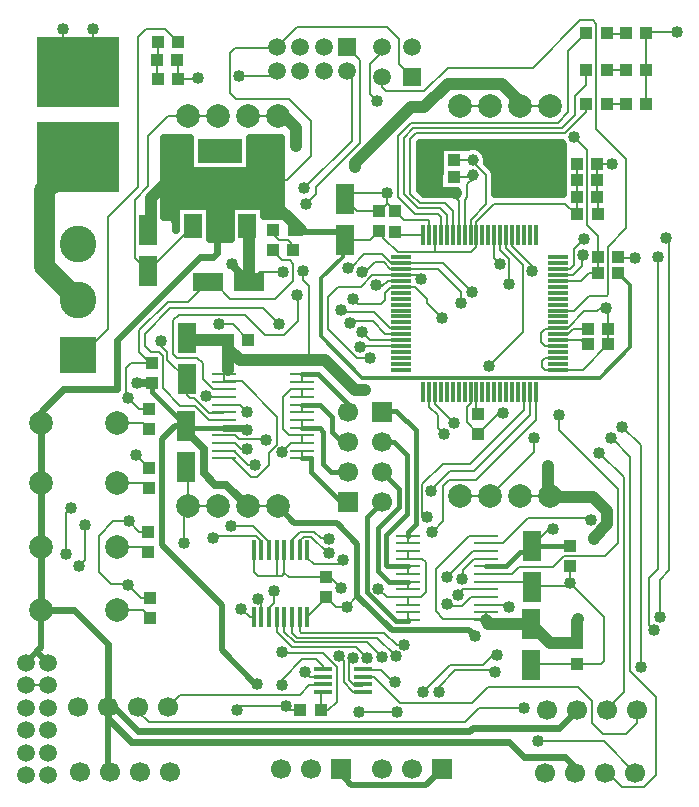
<source format=gbr>
G04 DipTrace 3.0.0.2*
G04 Top.gbr*
%MOIN*%
G04 #@! TF.FileFunction,Copper,L1,Top*
G04 #@! TF.Part,Single*
%AMOUTLINE0*
4,1,4,
0.0055,-0.033,
-0.0055,-0.033,
-0.0055,0.033,
0.0055,0.033,
0.0055,-0.033,
0*%
%AMOUTLINE1*
4,1,4,
-0.033,-0.0055,
-0.033,0.0055,
0.033,0.0055,
0.033,-0.0055,
-0.033,-0.0055,
0*%
G04 #@! TA.AperFunction,ComponentPad*
%ADD14C,0.03937*%
G04 #@! TA.AperFunction,Conductor*
%ADD15C,0.008005*%
%ADD16C,0.023622*%
%ADD17C,0.019685*%
%ADD18C,0.011811*%
%ADD19C,0.015748*%
%ADD20C,0.027559*%
%ADD21C,0.070866*%
G04 #@! TA.AperFunction,CopperBalancing*
%ADD22C,0.025*%
%ADD28R,0.0615X0.014*%
%ADD29R,0.014X0.066*%
%ADD30R,0.059X0.079*%
%ADD31R,0.149606X0.07874*%
G04 #@! TA.AperFunction,ComponentPad*
%ADD32R,0.275591X0.23622*%
%ADD34C,0.07874*%
%ADD35R,0.066929X0.066929*%
%ADD36C,0.066929*%
%ADD38R,0.07874X0.008661*%
%ADD39R,0.043307X0.03937*%
%ADD40R,0.03937X0.043307*%
%ADD42R,0.062992X0.100394*%
%ADD44R,0.100394X0.062992*%
G04 #@! TA.AperFunction,ComponentPad*
%ADD45R,0.059055X0.059055*%
%ADD46C,0.059055*%
%ADD47C,0.059055*%
%ADD48R,0.122047X0.122047*%
%ADD49C,0.122047*%
G04 #@! TA.AperFunction,ViaPad*
%ADD50C,0.04*%
%ADD100OUTLINE0*%
%ADD101OUTLINE1*%
%FSLAX26Y26*%
G04*
G70*
G90*
G75*
G01*
G04 Top*
%LPD*%
X2281201Y895777D2*
D14*
X2191751D1*
X2127481Y960047D1*
X1986074D1*
Y965778D1*
X1978544Y973309D1*
D15*
Y998899D1*
X2090869Y1387688D2*
X2190869D1*
X2281201Y895777D2*
D14*
Y970960D1*
X2286836Y976595D1*
X2338765Y1244498D2*
Y1248038D1*
X2383612Y1292885D1*
Y1335815D1*
X2334956Y1384471D1*
X2194086D1*
X2190869Y1387688D1*
X1118579Y1908411D2*
X986763D1*
X981500Y1913673D1*
X1104445Y1793778D2*
D15*
Y1768188D1*
X1118579Y1908411D2*
D14*
Y1807912D1*
D15*
X1104445Y1793778D1*
X2186575Y1487534D2*
D14*
Y1391982D1*
X2190869Y1387688D1*
X1118579Y1908411D2*
Y1878478D1*
X1158137Y1838920D1*
X1388033D1*
X1442255D1*
X1540326Y1740849D1*
X1576692D1*
X1368253Y2138247D2*
D15*
Y2107337D1*
X1388033Y2087557D1*
Y1838920D1*
X1104445Y1512282D2*
X1133517D1*
X1194416Y1451383D1*
X1213923D1*
X1253912Y1491373D1*
Y1530387D1*
X1282198Y1558672D1*
Y1651331D1*
X1163692Y1769837D1*
X1102795D1*
X1104445Y1768188D1*
X1978544Y1254805D2*
X1921134D1*
X1811259Y1144929D1*
Y1003059D1*
X1836086Y978231D1*
X1973621D1*
X1978544Y973309D1*
X493701Y1006201D2*
D16*
Y1218701D1*
Y1631201D1*
Y1431201D1*
X1092276Y2288341D2*
D14*
Y2369158D1*
X1040526Y2420907D1*
X901933D1*
X861146Y2380120D1*
Y2274470D1*
X850689D1*
X2283131Y2385222D2*
D15*
X2283393D1*
Y2327625D1*
X2282767Y2439571D2*
X2283131D1*
Y2385222D1*
X2281861Y2494032D2*
X2282767D1*
Y2439571D1*
X723798Y466386D2*
D17*
X718701D1*
Y685131D1*
X2281201Y673708D2*
D16*
X2222488Y614995D1*
X1934341D1*
X1923129Y603782D1*
X818756D1*
X740929Y681609D1*
X715179D1*
X718701Y685131D1*
X2275631Y465458D2*
Y484242D1*
X2241488Y518385D1*
X2104879D1*
X2054563Y568701D1*
X796008D1*
X718701Y646008D1*
Y685131D1*
X1280752Y2882820D2*
D15*
X1284261Y2879311D1*
X1141731D1*
X1125546Y2863126D1*
Y2729890D1*
X1144096Y2711340D1*
X1321910D1*
X1394584Y2638666D1*
Y2519990D1*
X1313822Y2439227D1*
X1104521D1*
Y2288341D1*
X1092276D1*
X1507904Y2240029D2*
X1593029D1*
X1622642Y2269642D1*
X1809055Y2256201D2*
Y2199914D1*
X1929002D1*
X1946062Y2216974D1*
Y2256990D1*
X1946851Y2256201D1*
X1809055Y2199914D2*
X1684017D1*
X1636257Y2247673D1*
Y2269642D1*
X1622642D1*
X1946851Y2256201D2*
Y2301815D1*
X2006889Y2361853D1*
X2243167D1*
X2277395Y2327625D1*
X2283393D1*
X1092276Y2288341D2*
D14*
Y2337679D1*
X1139637Y2385040D1*
X1249862D1*
X1360324Y2274578D1*
X1337074D1*
X1507904Y2240029D2*
D17*
Y2267374D1*
X1344277D1*
X1337074Y2274578D1*
X1507904Y2240029D2*
D18*
X1500397D1*
Y2184135D1*
X1429620Y2113358D1*
Y1919442D1*
X1566966Y1782096D1*
X2357096D1*
X2460116Y1885116D1*
Y2089058D1*
X2419150Y2130024D1*
X1255541Y1205735D2*
D15*
Y1234978D1*
X1201990Y1288529D1*
X1127538D1*
X493701Y1631201D2*
D16*
Y1668701D1*
X568701Y1743701D1*
X748858D1*
Y1905824D1*
X1026427Y2183393D1*
X1068929D1*
X1081387Y2195851D1*
Y2288341D1*
X1092276D1*
X493701Y1006201D2*
X606201D1*
X718701Y893701D1*
Y685131D1*
X493701Y1006201D2*
D17*
Y881201D1*
X489458Y876958D1*
X443701Y831201D1*
X489458Y876958D2*
D15*
Y860444D1*
D17*
X518701Y831201D1*
X1280752Y2882820D2*
D15*
X1281773D1*
X1349631Y2950679D1*
X1647897D1*
X1688667Y2909908D1*
Y2827601D1*
X1733347Y2782921D1*
X2131201Y1221112D2*
D19*
Y1200084D1*
X2091691D1*
X2044049Y1152442D1*
X1978544D1*
X865574Y1764782D2*
Y1734604D1*
X979986Y1620192D1*
X1104445Y1614645D2*
X985533D1*
X979986Y1620192D1*
X1493701Y478454D2*
D17*
Y459109D1*
X1528328Y424482D1*
X1777229D1*
X1831201Y478454D1*
X979986Y1620192D2*
X940756D1*
X897999Y1577435D1*
Y1223531D1*
X1097746Y1023785D1*
Y872624D1*
X1208701Y761668D1*
X1213931D1*
X1184179Y1353561D2*
D15*
X1284179D1*
X2260118Y1221436D2*
D19*
X2131525D1*
X2131201Y1221112D1*
X1104445Y1614645D2*
D16*
X1172757D1*
X1181201Y1606201D1*
X979986Y1620192D2*
D20*
Y1603865D1*
X1038310Y1545541D1*
Y1462456D1*
X1075752Y1425013D1*
X1112726D1*
X1184179Y1353561D1*
X2202021Y1278568D2*
D15*
X2188658D1*
X2131201Y1221112D1*
X1943453Y921294D2*
D17*
Y919257D1*
X1923584Y939126D1*
X1665034D1*
X1550187Y1053974D1*
Y1228483D1*
X1481071Y1297599D1*
X1340141D1*
X1284179Y1353561D1*
X815622Y1764877D2*
D20*
X865479D1*
X865574Y1764782D1*
X1188906Y2099701D2*
D14*
Y2288341D1*
X1183276D1*
X1516267Y1017900D2*
D15*
X1477277D1*
X1445554Y1049624D1*
X1426998Y673236D2*
Y726172D1*
X1434534Y733709D1*
X1445554Y1049624D2*
Y1045795D1*
X1383494Y983735D1*
X1426998Y673236D2*
X1452439D1*
X1481116Y701914D1*
Y817929D1*
X1435183Y863862D1*
X1302313D1*
X1297915Y868260D1*
X1132778Y2159974D2*
D20*
Y2155828D1*
X1188906Y2099701D1*
X1516267Y1017900D2*
D15*
X1514113D1*
X1550187Y1053974D1*
X1302694Y2135213D2*
X1224418D1*
X1188906Y2099701D1*
X1255541Y983735D2*
Y1012988D1*
X1273221Y1030668D1*
Y1072210D1*
X1245511Y1574095D2*
Y1575870D1*
X1155322D1*
X1142138Y1589054D1*
X1104445D1*
Y1563463D2*
X1143546D1*
X1163309Y1543701D1*
X1181201D1*
X1229950Y983735D2*
Y1032452D1*
X1218701Y1043701D1*
X1181201Y1668701D2*
X1158486Y1691416D1*
X1104445D1*
X1204360Y983735D2*
X1190622D1*
X1162705Y1011652D1*
X1104445Y1717007D2*
X1048847D1*
X1044012Y1721841D1*
X1070116Y1247668D2*
Y1254232D1*
X1212104D1*
X1231201Y1235135D1*
Y1206986D1*
X1229950Y1205735D1*
X1978544Y1178033D2*
X1937719D1*
X1901819Y1142133D1*
Y1109748D1*
X1898134D1*
X1357903Y983735D2*
Y936278D1*
X1363268Y930914D1*
X1640306D1*
X1681152Y890067D1*
X1705297D1*
X1978544Y1203624D2*
X1933944D1*
X1848134Y1117814D1*
X1332313Y983735D2*
Y931588D1*
X1348370Y915530D1*
X1614120D1*
X1677301Y852349D1*
X1978544Y1075671D2*
X1903230D1*
X1885807Y1058248D1*
X1306722Y983735D2*
Y935376D1*
X1341609Y900488D1*
X1581026D1*
X1631042Y850473D1*
X1978544Y1050080D2*
X1927587D1*
X1899617Y1022110D1*
X1842893D1*
X1849588Y1028806D1*
X1281131Y983735D2*
Y935530D1*
X1331557Y885105D1*
X1544774D1*
X1582066Y847814D1*
X951677Y2776837D2*
Y2834908D1*
X947248Y2839337D1*
X1001276Y2288341D2*
Y2287261D1*
X850689Y2136675D1*
X813637Y1525311D2*
Y1522852D1*
X854982Y1481507D1*
X855881Y1676110D2*
X822798D1*
X783719Y1715189D1*
X853255Y1268494D2*
X821851D1*
X788004Y1302340D1*
X859723Y1047231D2*
X827562D1*
X784547Y1090246D1*
X2348790Y2494032D2*
X2349696D1*
Y2439571D1*
X2350061D1*
Y2385222D1*
X2350322D1*
Y2327625D1*
X1805004Y2505814D2*
Y2450101D1*
X1804797D1*
X1676158Y2335642D2*
X1647706Y2364093D1*
Y2397452D1*
X2281201Y828848D2*
X2134076D1*
X2127481Y822252D1*
X1978544Y1101261D2*
X2131201D1*
Y1083316D1*
X2513408Y2693365D2*
Y2805865D1*
Y2930865D1*
X2614424Y2934407D2*
X2516950D1*
X2513408Y2930865D1*
X2259062Y1096942D2*
Y1153450D1*
X2260118Y1154507D1*
X2131201Y1083316D2*
Y1087570D1*
X2249689D1*
X2259062Y1096942D1*
X1364288Y1563463D2*
Y1589054D1*
Y1717007D2*
Y1742597D1*
X1718701Y1178033D2*
Y1203624D1*
Y1024490D2*
Y1050080D1*
X1306722Y1205735D2*
Y1131050D1*
X1297284Y1121612D1*
X1281131D1*
Y1205735D1*
X1445554Y1116553D2*
Y1117528D1*
X1453357D1*
X1281131Y1121612D2*
X1218202D1*
X1204360Y1135454D1*
Y1205735D1*
X1622642Y2336571D2*
X1549158D1*
X1507904Y2377824D1*
X1647706Y2397452D2*
Y2361635D1*
X1622642Y2336571D1*
X1887795Y2256201D2*
Y2370150D1*
X1861746Y2396200D1*
X1806689D1*
Y2448209D1*
X1804797Y2450101D1*
X2400067Y2495181D2*
X2349940D1*
X2473828Y2181016D2*
X2421143D1*
X2419744Y2182415D1*
X2385630Y1893701D2*
Y1943701D1*
Y2006251D1*
X2377005Y2014876D1*
X2217193Y1808693D2*
X2300622D1*
X2385630Y1893701D1*
X2217193Y1848063D2*
X2174813D1*
X2164378Y1837629D1*
Y1818622D1*
X2174307Y1808693D1*
X2217193D1*
Y1887435D2*
Y1886030D1*
X2175416D1*
X2161051Y1900395D1*
Y1931079D1*
X2175418Y1945445D1*
X2218236D1*
X2217193Y1946488D1*
X2250352D1*
X2306654Y2002790D1*
X2349319D1*
X2361404Y2014876D1*
X2377005D1*
X1360068Y673236D2*
X1311977D1*
Y687667D1*
X1160158D1*
X1147545Y675054D1*
X1674822Y767100D2*
X1670302D1*
X1628965Y808437D1*
X1565991D1*
X1568034Y810481D1*
X1445554Y1116553D2*
X1321219D1*
X1306722Y1131050D1*
X1445554Y1116553D2*
X1458349D1*
X1493701Y1081201D1*
X1556201Y668701D2*
X1681201D1*
X1718701Y1050080D2*
X1647250D1*
X1619126Y1078204D1*
X1364288Y1742597D2*
X1328484D1*
X1303368Y1717481D1*
Y1608975D1*
X1323289Y1589054D1*
X1364288D1*
Y1563463D2*
X1328503D1*
X1300771Y1535731D1*
Y1534793D1*
X1298729Y1532751D1*
X1718701Y1178033D2*
X1766307D1*
X1777735Y1166605D1*
Y1067470D1*
X1762393Y1052128D1*
X1750659D1*
X1752706Y1050080D1*
X1718701D1*
X1927166Y1735202D2*
Y1698036D1*
X1914009Y1684879D1*
Y1633722D1*
X1952677Y1595054D1*
X2034058Y1663925D2*
X2021549D1*
X1952677Y1595054D1*
X1633347Y2882921D2*
Y2868394D1*
X1591441Y2826488D1*
Y2727248D1*
X1616221Y2702469D1*
X568701Y2943701D2*
Y2852166D1*
X618701Y2802166D1*
X668701Y2943701D2*
Y2852166D1*
X618701Y2802166D1*
X951677Y2776837D2*
X1014337D1*
X1018701Y2781201D1*
X1789370Y2256201D2*
Y2307059D1*
X1704740D1*
X1676158Y2335642D1*
X443701Y756201D2*
X518701D1*
X1990869Y2687688D2*
X1890869D1*
X984179Y2653561D2*
X1084179D1*
X1890869Y1387688D2*
X1990869D1*
X984179Y1353561D2*
Y1478204D1*
X979986Y1482397D1*
X865574Y1831711D2*
Y1824307D1*
X822666Y1867215D1*
Y1939874D1*
X917853Y2035062D1*
X986471D1*
X1051110Y2099701D1*
X1089990Y1959753D2*
X1134166D1*
X1185508Y1908411D1*
X2281201Y828848D2*
X2363616D1*
X2370885Y836117D1*
Y985120D1*
X2259062Y1096942D1*
X865574Y1831711D2*
X796794D1*
X779095Y1814012D1*
Y1710565D1*
X783719Y1715189D1*
X981500Y1775878D2*
Y1724465D1*
X992361Y1713604D1*
X1004364D1*
X1054024Y1663944D1*
X1102563D1*
X1104445Y1665826D1*
X1084179Y1353561D2*
X984179D1*
X1647706Y2397452D2*
X1527532D1*
X1507904Y2377824D1*
X1051110Y2099701D2*
X1070365D1*
X1125879Y2044187D1*
X1275596D1*
X1336823Y2105414D1*
Y2161750D1*
X1325154Y2173419D1*
X1299840D1*
X1282910Y2190349D1*
Y2206874D1*
X1267785D1*
X984179Y2653561D2*
X919777D1*
X852655Y2586439D1*
Y2418970D1*
X807218Y2373533D1*
Y2180146D1*
X850689Y2136675D1*
X1156929Y2788248D2*
X1264920D1*
X1280752Y2804080D1*
X895890Y1904116D2*
X880024D1*
X916172Y1867968D1*
Y1841207D1*
X981500Y1775878D1*
X973402Y1230944D2*
Y1342784D1*
X984179Y1353561D1*
X2137536Y1580431D2*
Y1534355D1*
X1990869Y1387688D1*
X788004Y1302340D2*
X735323D1*
X687393Y1254410D1*
Y1134975D1*
X727637Y1094731D1*
X780062D1*
X784547Y1090246D1*
X1718701Y1229214D2*
Y1254805D1*
X1631201Y1668701D2*
D19*
Y1671096D1*
X1678806D1*
X1743701Y1606201D1*
Y1293869D1*
X1718701Y1268869D1*
Y1254805D1*
X1631201Y1568701D2*
X1672860D1*
X1716040Y1525521D1*
Y1328540D1*
X1643701Y1256201D1*
Y1156201D1*
X1647460Y1152442D1*
X1718701D1*
D15*
Y1126852D1*
Y973309D2*
Y998899D1*
X1631201Y1368701D2*
D19*
X1581089Y1318589D1*
Y1067719D1*
X1678469Y970340D1*
X1718701D1*
Y973309D1*
X1364288Y1512282D2*
D15*
Y1537873D1*
X1518701Y1368701D2*
D19*
X1493701D1*
X1393701Y1468701D1*
Y1512282D1*
X1364288D1*
X1270145Y2274578D2*
D15*
Y2259731D1*
X1289414Y2240462D1*
X1317865D1*
X1346303Y2212024D1*
X1339865D1*
X1334715Y2206874D1*
X1718701Y1075671D2*
Y1101261D1*
D19*
X1654192D1*
X1618701Y1136752D1*
Y1281201D1*
X1688921Y1351421D1*
Y1410981D1*
X1631201Y1468701D1*
X1934958Y2456568D2*
D15*
Y2444318D1*
X1916914Y2426273D1*
Y2383530D1*
X1907481Y2374097D1*
Y2256201D1*
X1871726Y2450101D2*
X1928491D1*
X1934958Y2456568D1*
X618701Y2518701D2*
D21*
X506201Y2406201D1*
Y2153740D1*
X618701Y2041240D1*
X1434534Y759299D2*
D15*
Y757141D1*
X1390036D1*
X1357170Y724274D1*
X957844D1*
X918701Y685131D1*
X1434534Y784890D2*
X1391347D1*
X1374732Y801504D1*
X1434534Y810481D2*
Y819107D1*
X1410994Y842647D1*
X1365592D1*
X1300421Y777477D1*
Y758326D1*
X1298281D1*
X2151743Y570166D2*
X2370924D1*
X2475631Y465458D1*
X2481201Y673708D2*
Y631201D1*
X2443701Y593701D1*
X2368701D1*
X2333032Y629370D1*
Y704370D1*
X2286591Y750811D1*
X1983684D1*
X1931588Y698715D1*
X1691030D1*
X1604856Y784890D1*
X1568034D1*
X884748Y2901837D2*
Y2843768D1*
X880318Y2839337D1*
Y2781268D1*
X884748Y2776837D1*
X1936229Y2507015D2*
Y2500624D1*
X1978869Y2457983D1*
Y2359160D1*
X1927166Y2307457D1*
Y2256201D1*
X1871933Y2505814D2*
X1935028D1*
X1936229Y2507015D1*
X1364288Y1614645D2*
Y1640235D1*
X1518701Y1468701D2*
D19*
X1460885D1*
X1436530Y1493055D1*
Y1602118D1*
X1424004Y1614645D1*
X1364288D1*
Y1665826D2*
D15*
Y1691416D1*
X1518701Y1568701D2*
D19*
X1497436D1*
X1465251Y1600886D1*
Y1651427D1*
X1425261Y1691416D1*
X1364288D1*
Y1768188D2*
D15*
Y1793778D1*
D19*
X1418517D1*
X1518992Y1693303D1*
Y1668992D1*
X1518701Y1668701D1*
X577701Y1193769D2*
D15*
Y1331129D1*
X593760Y1347188D1*
X641551Y1291592D2*
Y1172599D1*
X623020Y1154067D1*
X1946851Y1735202D2*
Y1667810D1*
X1952677Y1661983D1*
X2380337Y2693365D2*
X2446478D1*
X2380337Y2805865D2*
X2446478D1*
X2380337Y2930865D2*
Y2928072D1*
X2446478D1*
Y2930865D1*
X1696193Y2163024D2*
X1836878D1*
X1931201Y2068701D1*
X1978544Y1229214D2*
X2035394D1*
X2119982Y1313802D1*
X2323431D1*
X2326478Y1310755D1*
Y1304944D1*
X2327211Y1305677D1*
X1516973Y2882820D2*
Y2882204D1*
X1559518Y2839658D1*
Y2564480D1*
X1411298Y2416260D1*
Y2393820D1*
X1377025Y2359547D1*
X1517503Y2148086D2*
X1527994D1*
X1572429Y2192521D1*
X1632977D1*
X1661555Y2163942D1*
X1696193D1*
Y2163024D1*
Y2143340D2*
X1819062D1*
X1893701Y2068701D1*
Y2031201D1*
X1978544Y1024490D2*
X2050412D1*
X2056201Y1018701D1*
X1516973Y2804080D2*
X1531201D1*
Y2570844D1*
X1372742Y2412385D1*
X1696193Y2143340D2*
Y2144890D1*
X1658618D1*
X1637368Y2166141D1*
X1608788D1*
X1576907Y2134260D1*
X1564167D1*
X1696193Y2123655D2*
X1748992D1*
X1762970Y2109677D1*
X1104445Y1537873D2*
X1139629D1*
X1185617Y1491885D1*
X1209617D1*
X1696193Y2123655D2*
Y2122446D1*
X1600214D1*
X1560908Y2083141D1*
X1486373D1*
X1453183Y2049950D1*
Y1943591D1*
X1550210Y1846563D1*
X1593637D1*
X1696193Y2103969D2*
X1651351D1*
X1633110Y2085729D1*
X1610792Y2089654D1*
X1104445Y1742597D2*
X1067672D1*
X1034121Y1776149D1*
Y1829855D1*
X1016954Y1847021D1*
X950180D1*
X936690Y1860511D1*
Y1973825D1*
X954694Y1991830D1*
X1174702D1*
X1242834Y1923698D1*
X1306065D1*
X1352931Y1970565D1*
Y2063906D1*
X1345727Y2056702D1*
X1349075D1*
X1696193Y2084285D2*
X1740617D1*
X1781201Y2043701D1*
Y2031201D1*
X1831201Y1981201D1*
X1978544Y1126852D2*
X2064352D1*
X2087929Y1150429D1*
X2200429D1*
X2238156Y1188156D1*
X2376823D1*
X2419714Y1231047D1*
Y1408885D1*
X2222242Y1606357D1*
Y1656801D1*
X1104445Y1640235D2*
X1055853D1*
X1009736Y1686352D1*
X960005D1*
X900783Y1745575D1*
Y1854777D1*
X888402Y1867158D1*
X862323D1*
X842794Y1886687D1*
Y1928566D1*
X926475Y2012247D1*
X1236769D1*
X1287313Y1961704D1*
X1696193Y2084285D2*
X1662698D1*
X1642696Y2064282D1*
Y2041259D1*
X1630183Y2028746D1*
X1551183D1*
X1536410Y2043519D1*
X749607Y1631201D2*
X833861D1*
X855881Y1609181D1*
X1696193Y1946488D2*
X1658973D1*
X1604698Y2000763D1*
X1501309D1*
X1495790Y2006281D1*
X749607Y1431201D2*
X838358D1*
X854982Y1414578D1*
X1696193Y1926805D2*
X1643473D1*
X1600454Y1969822D1*
X1524872D1*
Y1962933D1*
X749607Y1218701D2*
X836118D1*
X853255Y1201565D1*
X1696193Y1907118D2*
X1591554D1*
X1565666Y1933007D1*
X749607Y1006201D2*
X833824D1*
X859723Y980302D1*
X1696193Y1887435D2*
X1562471D1*
X1560234Y1885198D1*
X1568034Y733709D2*
X1536722D1*
X1503832Y766599D1*
Y838895D1*
X1487948Y854780D1*
X1789370Y1735202D2*
Y1684650D1*
X1818158Y1655862D1*
Y1615067D1*
X1840763Y1592462D1*
X1839404D1*
X1568034Y759299D2*
X1561261D1*
X1566084Y754477D1*
X1541944D1*
X1522000Y774420D1*
Y833684D1*
X1534643Y846327D1*
X1809055Y1735202D2*
Y1693979D1*
X1871302Y1631732D1*
X1820965Y734900D2*
Y752004D1*
X1876120Y807159D1*
X2001786D1*
X2007499Y801446D1*
X2217193Y2123655D2*
X2268906D1*
X2297771Y2152520D1*
Y2186269D1*
X2302991Y2191490D1*
X2552470Y2184750D2*
Y1142891D1*
X2522681Y1113103D1*
Y956273D1*
X2538624Y940331D1*
X2014465Y856883D2*
X2000502D1*
X1967841Y824223D1*
X1859757D1*
X1768534Y733000D1*
X2217193Y2143340D2*
X2257433D1*
X2270508Y2156415D1*
Y2209827D1*
X2305957Y2245276D1*
X2557091Y983298D2*
Y1108876D1*
X2587765Y1139550D1*
Y2254794D1*
X2579538Y2246567D1*
X2064961Y2256201D2*
Y2219137D1*
X2127589Y2156508D1*
Y2140979D1*
X2131201Y2137368D1*
X818701Y685131D2*
Y668701D1*
X855059Y632343D1*
X1907343D1*
X1956201Y681201D1*
X2106201D1*
X2493701Y818701D2*
X2481201D1*
X2494121Y805781D1*
Y1555781D1*
X2431201Y1618701D1*
X2045276Y2256201D2*
Y2212666D1*
X2101030Y2156911D1*
Y1933467D1*
X1988495Y1820932D1*
X2025591Y2256201D2*
Y2208608D1*
X2056201Y2177998D1*
Y2093701D1*
X2375631Y465458D2*
X2384444D1*
X2431201Y418701D1*
X2506201D1*
X2543701Y456201D1*
Y718701D1*
X2459848Y802554D1*
Y1518727D1*
X2397374Y1581201D1*
X2393701D1*
X2005906Y2256201D2*
Y2180835D1*
X2025184Y2161557D1*
X2381201Y673708D2*
X2378410D1*
X2438427Y733725D1*
Y1448975D1*
X2356201Y1531201D1*
X1383494Y1205735D2*
Y1181376D1*
X1405633Y1159236D1*
X1490238D1*
X1501191Y1170189D1*
Y1174995D1*
X2104331Y1735202D2*
Y1675026D1*
X1924845Y1495541D1*
X1834645D1*
X1765743Y1426639D1*
Y1318701D1*
X1781201D1*
X1456899Y1195847D2*
X1452666D1*
X1396507Y1252005D1*
X1370713D1*
X1356201Y1237494D1*
Y1207437D1*
X1357903Y1205735D1*
X1796188Y1404336D2*
Y1408696D1*
X1859664Y1472172D1*
X1939125D1*
X2124016Y1657063D1*
Y1735202D1*
X1456201Y1243701D2*
Y1247389D1*
X1427513D1*
X1406201Y1268701D1*
X1359196D1*
X1331201Y1240706D1*
Y1206847D1*
X1332313Y1205735D1*
X2143701Y1735202D2*
Y1639101D1*
X1945284Y1440684D1*
X1856500D1*
X1836824Y1421008D1*
Y1302532D1*
X1800795Y1266503D1*
X1797407D1*
X2313408Y2693365D2*
Y2668065D1*
X2240935Y2595591D1*
X1745591D1*
X1726855Y2576854D1*
Y2395433D1*
X1758124Y2364164D1*
X1842195D1*
X1868110Y2338249D1*
Y2256201D1*
X2313408Y2805865D2*
Y2755759D1*
X2276894Y2719244D1*
Y2657177D1*
X2233041Y2613324D1*
X1736944D1*
X1705374Y2581754D1*
Y2392264D1*
X1750889Y2346749D1*
X1826577D1*
X1848425Y2324900D1*
Y2256201D1*
X1828740D2*
Y2315956D1*
X1817217Y2327479D1*
X1740689D1*
X1684953Y2383215D1*
Y2588235D1*
X1728185Y2631466D1*
X2218116D1*
X2253521Y2666872D1*
Y2870978D1*
X2313408Y2930865D1*
X2352221Y2130024D2*
X2352815D1*
Y2182415D1*
X2352221Y2130024D2*
X2320592D1*
X2294537Y2103969D1*
X2217193D1*
X2352815Y2182415D2*
Y2253571D1*
X2316588Y2289798D1*
Y2539998D1*
X2273032Y2583554D1*
X1633347Y2782921D2*
Y2749931D1*
X1646334Y2736944D1*
X1771830D1*
X1850328Y2815442D1*
X2134701D1*
X2292671Y2973412D1*
X2335083D1*
X2346310Y2962185D1*
Y2610319D1*
X2446612Y2510017D1*
Y2279107D1*
X2385349Y2217844D1*
Y2059191D1*
X2380637Y2054478D1*
X2322516D1*
X2272250Y2004211D1*
X2218525D1*
X2217193Y2005544D1*
Y1926805D2*
X2251998D1*
X2268894Y1943701D1*
X2318701D1*
X618701Y1856201D2*
X631201D1*
X718701Y1943701D1*
Y2318701D1*
X818701Y2418701D1*
Y2918701D1*
X843701Y2943701D1*
X909814D1*
X951677Y2901837D1*
X1184179Y2653561D2*
X1284179D1*
X2090869Y2687688D2*
X2190869D1*
X1284179Y2653561D2*
D14*
X1306533D1*
X1345941Y2614152D1*
Y2555093D1*
X2090869Y2687688D2*
X2106689D1*
X2032500Y2761877D1*
X1852456D1*
X1773257Y2682679D1*
X1727436D1*
X1541209Y2496452D1*
Y2485355D1*
X1769685Y2256201D2*
D15*
X1688670D1*
X1676158Y2268713D1*
X2217193Y1907118D2*
X2295008D1*
X2308425Y1893701D1*
X2318701D1*
D50*
X1762970Y2109677D3*
X2273032Y2583554D3*
X2400067Y2495181D3*
X2473828Y2181016D3*
X784547Y1090246D3*
X788004Y1302340D3*
X783719Y1715189D3*
X813637Y1525311D3*
X2377005Y2014876D3*
X1311977Y687667D3*
X1674822Y767100D3*
X1493701Y1081201D3*
X2056201Y2093701D3*
X1298281Y758326D3*
X2151743Y570166D3*
X1534643Y846327D3*
X1487948Y854780D3*
X1871302Y1631732D3*
X1839404Y1592462D3*
X2025184Y2161557D3*
X2393701Y1581201D3*
X2186575Y1487534D3*
X2131201Y2137368D3*
X1647706Y2397452D3*
X2356201Y1531201D3*
X2431201Y1618701D3*
X2106201Y681201D3*
X2493701Y818701D3*
X1374732Y801504D3*
X1820965Y734900D3*
X1768534Y733000D3*
X2007499Y801446D3*
X2014465Y856883D3*
X2305957Y2245276D3*
X2302991Y2191490D3*
X2579538Y2246567D3*
X2552470Y2184750D3*
X2614424Y2934407D3*
X2557091Y983298D3*
X2538624Y940331D3*
X1213931Y761668D3*
X1147545Y675054D3*
X1127538Y1288529D3*
X1044012Y1721841D3*
X2259062Y1096942D3*
X1070116Y1247668D3*
X1501191Y1174995D3*
X1456899Y1195847D3*
X1456201Y1243701D3*
X1556201Y668701D3*
X1681201D3*
X1495790Y2006281D3*
X1797407Y1266503D3*
X1796188Y1404336D3*
X1781201Y1318701D3*
X1524872Y1962933D3*
X1565666Y1933007D3*
X1560234Y1885198D3*
X1181201Y1668701D3*
Y1543701D3*
X1162705Y1011652D3*
X1218701Y1043701D3*
X1848134Y1117814D3*
X1898134Y1109748D3*
X1885807Y1058248D3*
X1849588Y1028806D3*
X1705297Y890067D3*
X1677301Y852349D3*
X1631042Y850473D3*
X1582066Y847814D3*
X1619126Y1078204D3*
X1931201Y2068701D3*
X1893701Y2031201D3*
X1349075Y2056702D3*
X1610792Y2089654D3*
X2327211Y1305677D3*
X2056201Y1018701D3*
X1372742Y2412385D3*
X1377025Y2359547D3*
X1517503Y2148086D3*
X1564167Y2134260D3*
X1209617Y1491885D3*
X1593637Y1846563D3*
X1298729Y1532751D3*
X2034058Y1663925D3*
X1616221Y2702469D3*
X568701Y2943701D3*
X668701D3*
X1018701Y2781201D3*
X1831201Y1981201D3*
X2222242Y1656801D3*
X1287313Y1961704D3*
X1536410Y2043519D3*
X2338765Y1244498D3*
X2286836Y976595D3*
X1345941Y2555093D3*
X1541209Y2485355D3*
X1089990Y1959753D3*
X1273221Y1072210D3*
X1181201Y1606201D3*
X1245511Y1574095D3*
X1302694Y2135213D3*
X1368253Y2138247D3*
X1516267Y1017900D3*
X1156929Y2788248D3*
X1297915Y868260D3*
X1943453Y921294D3*
X2202021Y1278568D3*
X895890Y1904116D3*
X973402Y1230944D3*
X815622Y1764877D3*
X1132778Y2159974D3*
X2137536Y1580431D3*
X1988495Y1820932D3*
X1576692Y1740849D3*
X593760Y1347188D3*
X641551Y1291592D3*
X577701Y1193769D3*
X623020Y1154067D3*
X1759855Y2542146D2*
D22*
X1821310D1*
X1968692D2*
X2231222D1*
X1759855Y2517277D2*
X1821310D1*
X1983731D2*
X2231222D1*
X1759855Y2492408D2*
X1821065D1*
X1990030D2*
X2231222D1*
X1759855Y2467540D2*
X1821065D1*
X2010294D2*
X2231222D1*
X1759855Y2442671D2*
X1821065D1*
X2011856D2*
X2231222D1*
X1759855Y2417802D2*
X1821065D1*
X2011856D2*
X2231222D1*
X2011856Y2392933D2*
X2231222D1*
X1836288Y2551991D2*
X1920079D1*
Y2550282D1*
X1929005Y2552624D1*
X1936229Y2553192D1*
X1943452Y2552624D1*
X1950498Y2550932D1*
X1957193Y2548159D1*
X1963370Y2544373D1*
X1968881Y2539667D1*
X1973587Y2534156D1*
X1977373Y2527979D1*
X1980146Y2521284D1*
X1981837Y2514238D1*
X1982406Y2507015D1*
X1981558Y2498387D1*
X2002058Y2477788D1*
X2006040Y2471827D1*
X2008521Y2465103D1*
X2009364Y2457983D1*
X2009351Y2457656D1*
X2009364Y2392310D1*
X2233694Y2392348D1*
X2233717Y2558785D1*
X2230383Y2565101D1*
X1757292Y2565096D1*
X1757349Y2408079D1*
X1770756Y2394658D1*
X1864272Y2394565D1*
X1871303Y2393167D1*
X1876075Y2391139D1*
X1882810Y2392021D1*
X1886433Y2396176D1*
X1882372Y2403924D1*
X1823580D1*
X1823788Y2509637D1*
Y2551991D1*
X1836288D1*
X908701Y2556332D2*
X988491D1*
X1196079D2*
X1291226D1*
X908701Y2531463D2*
X988491D1*
X1196079D2*
X1291226D1*
X908701Y2506595D2*
X988491D1*
X1196079D2*
X1291226D1*
X908701Y2481726D2*
X988491D1*
X1196079D2*
X1291226D1*
X908701Y2456857D2*
X1291226D1*
X908701Y2431988D2*
X1291226D1*
X908701Y2407120D2*
X1291226D1*
X908701Y2382251D2*
X1291226D1*
X908701Y2357382D2*
X1291226D1*
X908701Y2332513D2*
X942788D1*
X1059751D2*
X1124771D1*
X1241782D2*
X1291226D1*
X1059751Y2307645D2*
X1124771D1*
X1059751Y2282776D2*
X1124771D1*
X1059751Y2257907D2*
X1124771D1*
X957784Y2354334D2*
X1057268D1*
Y2243641D1*
X1127246Y2243701D1*
X1127284Y2354334D1*
X1239268D1*
Y2320789D1*
X1293727Y2320755D1*
X1293701Y2581201D1*
X1193554D1*
X1193571Y2470911D1*
X990981D1*
Y2581214D1*
X906201Y2581201D1*
Y2318701D1*
X933156Y2318547D1*
X936876Y2317339D1*
X940040Y2315040D1*
X942339Y2311876D1*
X943547Y2308156D1*
X943701Y2293701D1*
Y2272753D1*
X945309Y2274420D1*
X945284Y2354334D1*
X957784D1*
D28*
X1568034Y733709D3*
Y759299D3*
Y784890D3*
Y810481D3*
X1434534D3*
Y784890D3*
Y759299D3*
Y733709D3*
D29*
X1383494Y1205735D3*
X1357903D3*
X1332313D3*
X1306722D3*
X1281131D3*
X1255541D3*
X1229950D3*
X1204360D3*
Y983735D3*
X1229950D3*
X1255541D3*
X1281131D3*
X1306722D3*
X1332313D3*
X1357903D3*
X1383494D3*
D30*
X1001276Y2288341D3*
X1092276D3*
X1183276D3*
D31*
X1092276Y2536773D3*
D32*
X618701Y2518701D3*
Y2802166D3*
D34*
X1890869Y1387688D3*
X1990869D3*
X2090869D3*
X2190869D3*
Y2687688D3*
X2090869D3*
X1990869D3*
X1890869D3*
X984179Y1353561D3*
X1084179D3*
X1184179D3*
X1284179D3*
Y2653561D3*
X1184179D3*
X1084179D3*
X984179D3*
D35*
X1518701Y1368701D3*
D36*
Y1468701D3*
Y1568701D3*
Y1668701D3*
D38*
X1364288Y1512282D3*
Y1537873D3*
Y1563463D3*
Y1589054D3*
Y1614645D3*
Y1640235D3*
Y1665826D3*
Y1691416D3*
Y1717007D3*
Y1742597D3*
Y1768188D3*
Y1793778D3*
X1104445D3*
Y1768188D3*
Y1742597D3*
Y1717007D3*
Y1691416D3*
Y1665826D3*
Y1640235D3*
Y1614645D3*
Y1589054D3*
Y1563463D3*
Y1537873D3*
Y1512282D3*
D39*
X1426998Y673236D3*
X1360068D3*
D40*
X1445554Y1049624D3*
Y1116553D3*
X1676158Y2268713D3*
Y2335642D3*
D39*
X2318701Y1943701D3*
X2385630D3*
X2318701Y1893701D3*
X2385630D3*
X2352815Y2182415D3*
X2419744D3*
D42*
X2127481Y960047D3*
Y822252D3*
D39*
X1871933Y2505814D3*
X1805004D3*
X1871726Y2450101D3*
X1804797D3*
D40*
X2281201Y895777D3*
Y828848D3*
D42*
X981500Y1913673D3*
Y1775878D3*
D39*
X1118579Y1908411D3*
X1185508D3*
D42*
X2131201Y1221112D3*
Y1083316D3*
D40*
X2260118Y1221436D3*
Y1154507D3*
D42*
X979986Y1620192D3*
Y1482397D3*
D40*
X865574Y1764782D3*
Y1831711D3*
D44*
X1188906Y2099701D3*
X1051110D3*
D42*
X850689Y2274470D3*
Y2136675D3*
D40*
X1622642Y2269642D3*
Y2336571D3*
X1952677Y1661983D3*
Y1595054D3*
D42*
X1507904Y2240029D3*
Y2377824D3*
D39*
X2281861Y2494032D3*
X2348790D3*
X2282767Y2439571D3*
X2349696D3*
X2283131Y2385222D3*
X2350061D3*
X2283393Y2327625D3*
X2350322D3*
D35*
X1631201Y1668701D3*
D36*
Y1568701D3*
Y1468701D3*
Y1368701D3*
D38*
X1718701Y1254805D3*
Y1229214D3*
Y1203624D3*
Y1178033D3*
Y1152442D3*
Y1126852D3*
Y1101261D3*
Y1075671D3*
Y1050080D3*
Y1024490D3*
Y998899D3*
Y973309D3*
X1978544D3*
Y998899D3*
Y1024490D3*
Y1050080D3*
Y1075671D3*
Y1101261D3*
Y1126852D3*
Y1152442D3*
Y1178033D3*
Y1203624D3*
Y1229214D3*
Y1254805D3*
D36*
X923798Y466386D3*
X823798D3*
X723798D3*
X623798D3*
X2475631Y465458D3*
X2375631D3*
X2275631D3*
X2175631D3*
X918701Y685131D3*
X818701D3*
X718701D3*
X618701D3*
X2481201Y673708D3*
X2381201D3*
X2281201D3*
X2181201D3*
D45*
X1516973Y2882820D3*
D46*
X1438232D3*
X1359492D3*
X1280752D3*
Y2804080D3*
X1359492D3*
X1438232D3*
X1516973D3*
D39*
X2513408Y2693365D3*
X2446478D3*
X2513408Y2805865D3*
X2446478D3*
X1267785Y2206874D3*
X1334715D3*
X947248Y2839337D3*
X880318D3*
X2513408Y2930865D3*
X2446478D3*
D100*
X2143701Y2256201D3*
X2124016D3*
X2104331D3*
X2084646D3*
X2064961D3*
X2045276D3*
X2025591D3*
X2005906D3*
X1986221D3*
X1966536D3*
X1946851D3*
X1927166D3*
X1907481D3*
X1887795D3*
X1868110D3*
X1848425D3*
X1828740D3*
X1809055D3*
X1789370D3*
X1769685D3*
D101*
X1696193Y2182710D3*
Y2163024D3*
Y2143340D3*
Y2123655D3*
Y2103969D3*
Y2084285D3*
Y2064599D3*
Y2044915D3*
Y2025230D3*
Y2005544D3*
Y1985860D3*
Y1966173D3*
Y1946488D3*
Y1926805D3*
Y1907118D3*
Y1887435D3*
Y1867748D3*
Y1848063D3*
Y1828379D3*
Y1808693D3*
D100*
X1769685Y1735202D3*
X1789370D3*
X1809055D3*
X1828740D3*
X1848425D3*
X1868110D3*
X1887795D3*
X1907481D3*
X1927166D3*
X1946851D3*
X1966536D3*
X1986221D3*
X2005906D3*
X2025591D3*
X2045276D3*
X2064961D3*
X2084646D3*
X2104331D3*
X2124016D3*
X2143701D3*
D101*
X2217193Y1808693D3*
Y1828379D3*
Y1848063D3*
Y1867748D3*
Y1887435D3*
Y1907118D3*
Y1926805D3*
Y1946488D3*
Y1966173D3*
Y1985860D3*
Y2005544D3*
Y2025230D3*
Y2044915D3*
Y2064599D3*
Y2084285D3*
Y2103969D3*
Y2123655D3*
Y2143340D3*
Y2163024D3*
Y2182710D3*
D47*
X443701Y456201D3*
Y531201D3*
Y606201D3*
Y681201D3*
Y756201D3*
Y831201D3*
X518701Y456201D3*
Y531201D3*
Y606201D3*
Y681201D3*
Y756201D3*
Y831201D3*
D14*
X1934958Y2456568D3*
X1936229Y2507015D3*
D39*
X2352221Y2130024D3*
X2419150D3*
D40*
X855881Y1609181D3*
Y1676110D3*
X854982Y1414578D3*
Y1481507D3*
X853255Y1201565D3*
Y1268494D3*
X859723Y980302D3*
Y1047231D3*
D39*
X1270145Y2274578D3*
X1337074D3*
X2313408Y2693365D3*
X2380337D3*
X2313408Y2805865D3*
X2380337D3*
X2313408Y2930865D3*
X2380337D3*
X884748Y2901837D3*
X951677D3*
X884748Y2776837D3*
X951677D3*
D35*
X1831201Y478454D3*
D36*
X1731201D3*
X1631201D3*
D35*
X1493701D3*
D36*
X1393701D3*
X1293701D3*
D34*
X493701Y1631201D3*
X749607D3*
X493701Y1431201D3*
X749607D3*
X493701Y1218701D3*
X749607D3*
X493701Y1006201D3*
X749607D3*
D48*
X618701Y1856201D3*
D49*
Y2041240D3*
Y2226280D3*
D45*
X1733347Y2782921D3*
D46*
X1633347D3*
X1733347Y2882921D3*
X1633347D3*
M02*

</source>
